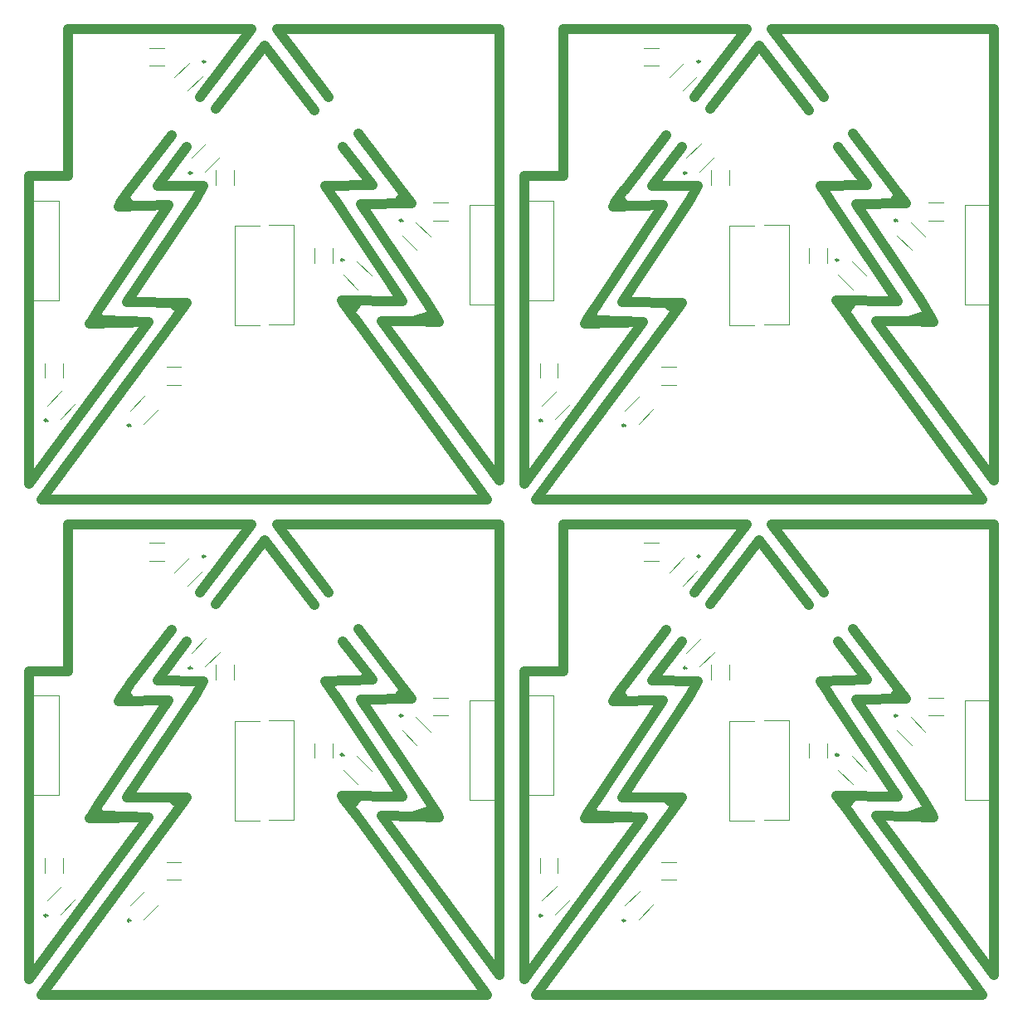
<source format=gbo>
%FSTAX23Y23*%
%MOIN*%
%SFA1B1*%

%IPPOS*%
%ADD19C,0.000000*%
%ADD25C,0.009840*%
%ADD26C,0.039370*%
%LNpcb_panel_v3-1*%
%LPD*%
G54D19*
X0146Y01307D02*
X01518Y01366D01*
X01406Y01362D02*
X01464Y0142D01*
X01551Y01537D02*
X0161D01*
X01551Y01464D02*
X0161D01*
X01Y02299D02*
X01157D01*
X02624Y02196D02*
X02683D01*
X02316Y01961D02*
X02375Y01903D01*
X02262Y01907D02*
X0232Y01849D01*
X01652Y02375D02*
X0171Y02434D01*
X01706Y02321D02*
X01765Y0238D01*
X01963Y01707D02*
X02063D01*
Y02107*
X01963D02*
X02063D01*
X01825Y01703D02*
X01925D01*
X01825D02*
Y02103D01*
X01925*
X02218Y01954D02*
Y02013D01*
X02145Y01954D02*
Y02013D01*
X0175Y02269D02*
Y02328D01*
X01822Y02269D02*
Y02328D01*
X01071Y01382D02*
X0113Y0144D01*
X01126Y01327D02*
X01184Y01386D01*
X01637Y02646D02*
X01696Y02704D01*
X01583Y027D02*
X01641Y02759D01*
X02553Y02119D02*
X02611Y0206D01*
X02498Y02065D02*
X02557Y02006D01*
X01019Y02205D02*
X01119D01*
Y01805D02*
Y02205D01*
X01019Y01805D02*
X01119D01*
X0277Y02185D02*
X0287D01*
X0277Y01785D02*
Y02185D01*
Y01785D02*
X0287D01*
X01135Y01493D02*
Y01552D01*
X01062Y01493D02*
Y01552D01*
X01482Y02818D02*
X01541D01*
X01482Y02746D02*
X01541D01*
X02624Y02124D02*
X02683D01*
X01046Y01006D02*
X0284Y01D01*
X02889Y02889D02*
X0289Y01074D01*
X02003Y02889D02*
X02889D01*
X01157Y02299D02*
Y02889D01*
X03448Y01307D02*
X03507Y01366D01*
X03394Y01362D02*
X03452Y0142D01*
X03539Y01537D02*
X03598D01*
X03539Y01464D02*
X03598D01*
X02988Y02299D02*
X03145D01*
X04612Y02196D02*
X04671D01*
X04305Y01961D02*
X04363Y01903D01*
X0425Y01907D02*
X04309Y01849D01*
X0364Y02375D02*
X03698Y02434D01*
X03694Y02321D02*
X03753Y0238D01*
X03952Y01707D02*
X04052D01*
Y02107*
X03952D02*
X04052D01*
X03814Y01703D02*
X03914D01*
X03814D02*
Y02103D01*
X03914*
X04206Y01954D02*
Y02013D01*
X04133Y01954D02*
Y02013D01*
X03738Y02269D02*
Y02328D01*
X03811Y02269D02*
Y02328D01*
X0306Y01382D02*
X03118Y0144D01*
X03114Y01327D02*
X03172Y01386D01*
X03625Y02646D02*
X03684Y02704D01*
X03571Y027D02*
X0363Y02759D01*
X04541Y02119D02*
X04599Y0206D01*
X04486Y02065D02*
X04545Y02006D01*
X03007Y02205D02*
X03107D01*
Y01805D02*
Y02205D01*
X03007Y01805D02*
X03107D01*
X04758Y02185D02*
X04858D01*
X04758Y01785D02*
Y02185D01*
Y01785D02*
X04858D01*
X03124Y01493D02*
Y01552D01*
X03051Y01493D02*
Y01552D01*
X0347Y02818D02*
X03529D01*
X0347Y02746D02*
X03529D01*
X04612Y02124D02*
X04671D01*
X03034Y01006D02*
X04828Y01D01*
X04877Y02889D02*
X04878Y01074D01*
X03992Y02889D02*
X04877D01*
X03145Y02299D02*
Y02889D01*
X0146Y03295D02*
X01518Y03354D01*
X01406Y0335D02*
X01464Y03408D01*
X01551Y03525D02*
X0161D01*
X01551Y03452D02*
X0161D01*
X01Y04287D02*
X01157D01*
X02624Y04185D02*
X02683D01*
X02316Y0395D02*
X02375Y03891D01*
X02262Y03895D02*
X0232Y03837D01*
X01652Y04364D02*
X0171Y04422D01*
X01706Y04309D02*
X01765Y04368D01*
X01963Y03695D02*
X02063D01*
Y04095*
X01963D02*
X02063D01*
X01825Y03692D02*
X01925D01*
X01825D02*
Y04092D01*
X01925*
X02218Y03942D02*
Y04001D01*
X02145Y03942D02*
Y04001D01*
X0175Y04257D02*
Y04316D01*
X01822Y04257D02*
Y04316D01*
X01071Y0337D02*
X0113Y03428D01*
X01126Y03315D02*
X01184Y03374D01*
X01637Y04634D02*
X01696Y04693D01*
X01583Y04688D02*
X01641Y04747D01*
X02553Y04107D02*
X02611Y04049D01*
X02498Y04053D02*
X02557Y03994D01*
X01019Y04193D02*
X01119D01*
Y03793D02*
Y04193D01*
X01019Y03793D02*
X01119D01*
X0277Y04174D02*
X0287D01*
X0277Y03774D02*
Y04174D01*
Y03774D02*
X0287D01*
X01135Y03481D02*
Y0354D01*
X01062Y03481D02*
Y0354D01*
X01482Y04807D02*
X01541D01*
X01482Y04734D02*
X01541D01*
X02624Y04112D02*
X02683D01*
X01046Y02994D02*
X0284Y02988D01*
X02889Y04877D02*
X0289Y03063D01*
X02003Y04877D02*
X02889D01*
X01157Y04287D02*
Y04877D01*
X03448Y03295D02*
X03507Y03354D01*
X03394Y0335D02*
X03452Y03408D01*
X03539Y03525D02*
X03598D01*
X03539Y03452D02*
X03598D01*
X02988Y04287D02*
X03145D01*
X04612Y04185D02*
X04671D01*
X04305Y0395D02*
X04363Y03891D01*
X0425Y03895D02*
X04309Y03837D01*
X0364Y04364D02*
X03698Y04422D01*
X03694Y04309D02*
X03753Y04368D01*
X03952Y03695D02*
X04052D01*
Y04095*
X03952D02*
X04052D01*
X03814Y03692D02*
X03914D01*
X03814D02*
Y04092D01*
X03914*
X04206Y03942D02*
Y04001D01*
X04133Y03942D02*
Y04001D01*
X03738Y04257D02*
Y04316D01*
X03811Y04257D02*
Y04316D01*
X0306Y0337D02*
X03118Y03428D01*
X03114Y03315D02*
X03172Y03374D01*
X03625Y04634D02*
X03684Y04693D01*
X03571Y04688D02*
X0363Y04747D01*
X04541Y04107D02*
X04599Y04049D01*
X04486Y04053D02*
X04545Y03994D01*
X03007Y04193D02*
X03107D01*
Y03793D02*
Y04193D01*
X03007Y03793D02*
X03107D01*
X04758Y04174D02*
X04858D01*
X04758Y03774D02*
Y04174D01*
Y03774D02*
X04858D01*
X03124Y03481D02*
Y0354D01*
X03051Y03481D02*
Y0354D01*
X0347Y04807D02*
X03529D01*
X0347Y04734D02*
X03529D01*
X04612Y04112D02*
X04671D01*
X03034Y02994D02*
X04828Y02988D01*
X04877Y04877D02*
X04878Y03063D01*
X03992Y04877D02*
X04877D01*
X03145Y04287D02*
Y04877D01*
G54D25*
X01405Y01302D02*
D01*
D01*
G75*
G03X01395I-00004J0D01*
G74*G01*
D01*
G75*
G03X01405I00004J0D01*
G74*G01*
X01071Y01322D02*
D01*
D01*
G75*
G03X01061I-00004J0D01*
G74*G01*
D01*
G75*
G03X01071I00004J0D01*
G74*G01*
X01706Y02764D02*
D01*
D01*
G75*
G03X01696I-00004J0D01*
G74*G01*
D01*
G75*
G03X01706I00004J0D01*
G74*G01*
X02498Y02124D02*
D01*
D01*
G75*
G03X02488I-00004J0D01*
G74*G01*
D01*
G75*
G03X02498I00004J0D01*
G74*G01*
X01651Y02316D02*
D01*
D01*
G75*
G03X01641I-00004J0D01*
G74*G01*
D01*
G75*
G03X01651I00004J0D01*
G74*G01*
X02261Y01967D02*
D01*
D01*
G75*
G03X02252I-00004J0D01*
G74*G01*
D01*
G75*
G03X02261I00004J0D01*
G74*G01*
X03393Y01302D02*
D01*
D01*
G75*
G03X03383I-00004J0D01*
G74*G01*
D01*
G75*
G03X03393I00004J0D01*
G74*G01*
X03059Y01322D02*
D01*
D01*
G75*
G03X03049I-00004J0D01*
G74*G01*
D01*
G75*
G03X03059I00004J0D01*
G74*G01*
X03694Y02764D02*
D01*
D01*
G75*
G03X03684I-00004J0D01*
G74*G01*
D01*
G75*
G03X03694I00004J0D01*
G74*G01*
X04486Y02124D02*
D01*
D01*
G75*
G03X04476I-00004J0D01*
G74*G01*
D01*
G75*
G03X04486I00004J0D01*
G74*G01*
X03639Y02316D02*
D01*
D01*
G75*
G03X03629I-00004J0D01*
G74*G01*
D01*
G75*
G03X03639I00004J0D01*
G74*G01*
X0425Y01967D02*
D01*
D01*
G75*
G03X0424I-00004J0D01*
G74*G01*
D01*
G75*
G03X0425I00004J0D01*
G74*G01*
X01405Y0329D02*
D01*
D01*
G75*
G03X01395I-00004J0D01*
G74*G01*
D01*
G75*
G03X01405I00004J0D01*
G74*G01*
X01071Y0331D02*
D01*
D01*
G75*
G03X01061I-00004J0D01*
G74*G01*
D01*
G75*
G03X01071I00004J0D01*
G74*G01*
X01706Y04752D02*
D01*
D01*
G75*
G03X01696I-00004J0D01*
G74*G01*
D01*
G75*
G03X01706I00004J0D01*
G74*G01*
X02498Y04113D02*
D01*
D01*
G75*
G03X02488I-00004J0D01*
G74*G01*
D01*
G75*
G03X02498I00004J0D01*
G74*G01*
X01651Y04304D02*
D01*
D01*
G75*
G03X01641I-00004J0D01*
G74*G01*
D01*
G75*
G03X01651I00004J0D01*
G74*G01*
X02261Y03955D02*
D01*
D01*
G75*
G03X02252I-00004J0D01*
G74*G01*
D01*
G75*
G03X02261I00004J0D01*
G74*G01*
X03393Y0329D02*
D01*
D01*
G75*
G03X03383I-00004J0D01*
G74*G01*
D01*
G75*
G03X03393I00004J0D01*
G74*G01*
X03059Y0331D02*
D01*
D01*
G75*
G03X03049I-00004J0D01*
G74*G01*
D01*
G75*
G03X03059I00004J0D01*
G74*G01*
X03694Y04752D02*
D01*
D01*
G75*
G03X03684I-00004J0D01*
G74*G01*
D01*
G75*
G03X03694I00004J0D01*
G74*G01*
X04486Y04113D02*
D01*
D01*
G75*
G03X04476I-00004J0D01*
G74*G01*
D01*
G75*
G03X04486I00004J0D01*
G74*G01*
X03639Y04304D02*
D01*
D01*
G75*
G03X03629I-00004J0D01*
G74*G01*
D01*
G75*
G03X03639I00004J0D01*
G74*G01*
X0425Y03955D02*
D01*
D01*
G75*
G03X0424I-00004J0D01*
G74*G01*
D01*
G75*
G03X0425I00004J0D01*
G74*G01*
G54D26*
X01404Y02249D02*
X01571Y02468D01*
X01686Y0262D02*
X01893Y02893D01*
X01945Y02829D02*
X02146Y02569D01*
X01749Y02573D02*
X01945Y02829D01*
X01515Y02264D02*
X01634Y02422D01*
X02259Y02421D02*
X02378Y02268D01*
X02309Y01732D02*
X0284Y01003D01*
X02228Y02207D02*
X02499Y018D01*
X01393Y01796D02*
X01665Y02203D01*
X01049Y01003D02*
X0158Y01722D01*
X0219Y02263D02*
X02378Y02268D01*
X0219Y02263D02*
X02226Y0221D01*
X01515Y02264D02*
X01698Y02263D01*
X01665Y02203D02*
X01698Y02263D01*
X01393Y01796D02*
X01625Y01795D01*
X0158Y01722D02*
X01633Y01795D01*
X02267Y01787D02*
X02314Y01724D01*
X02255Y01803D02*
X02267Y01787D01*
X02255Y01803D02*
X02499Y018D01*
X01049Y01003D02*
X0284D01*
X02299Y01772D02*
X02318Y01795D01*
X01581Y01787D02*
X01606Y01767D01*
X01287Y01778D02*
X01558Y02186D01*
X01Y01066D02*
X01478Y01717D01*
X01Y01066D02*
Y02303D01*
X01157*
Y02893*
X01893*
X01996D02*
X02889D01*
Y01082D02*
Y02893D01*
X02415Y01721D02*
X02889Y01082D01*
X02415Y01721D02*
X02555Y0172D01*
X02334Y0219D02*
X02594Y01803D01*
X02322Y02472D02*
X02489Y02253D01*
X01996Y02893D02*
X02203Y0262D01*
X02334Y0219D02*
X02535Y02192D01*
X02489Y02253D02*
X02535Y02192D01*
X0249Y02207D02*
X02512Y02223D01*
X02594Y01803D02*
X02641Y01724D01*
X02543Y0172D02*
X02645Y01716D01*
X02543Y0172D02*
X02608Y01742D01*
X01366Y02196D02*
X01402Y02247D01*
X01358Y02181D02*
X01558Y02186D01*
X01389Y02208D02*
X01405Y02185D01*
X01251Y01724D02*
X01284Y01774D01*
X01244Y01712D02*
X01478Y01717D01*
X01299Y01723D02*
X01478Y01717D01*
X01275Y0174D02*
X01287Y0172D01*
X03392Y02249D02*
X03559Y02468D01*
X03674Y0262D02*
X03881Y02893D01*
X03933Y02829D02*
X04134Y02569D01*
X03737Y02573D02*
X03933Y02829D01*
X03503Y02264D02*
X03623Y02422D01*
X04248Y02421D02*
X04366Y02268D01*
X04297Y01732D02*
X04828Y01003D01*
X04216Y02207D02*
X04488Y018D01*
X03381Y01796D02*
X03653Y02203D01*
X03037Y01003D02*
X03568Y01722D01*
X04179Y02263D02*
X04366Y02268D01*
X04179Y02263D02*
X04215Y0221D01*
X03503Y02264D02*
X03687Y02263D01*
X03653Y02203D02*
X03687Y02263D01*
X03381Y01796D02*
X03614Y01795D01*
X03568Y01722D02*
X03622Y01795D01*
X04255Y01787D02*
X04303Y01724D01*
X04244Y01803D02*
X04255Y01787D01*
X04244Y01803D02*
X04488Y018D01*
X03037Y01003D02*
X04828D01*
X04287Y01772D02*
X04306Y01795D01*
X03569Y01787D02*
X03594Y01767D01*
X03275Y01778D02*
X03547Y02186D01*
X02988Y01066D02*
X03466Y01717D01*
X02988Y01066D02*
Y02303D01*
X03145*
Y02893*
X03881*
X03984D02*
X04877D01*
Y01082D02*
Y02893D01*
X04403Y01721D02*
X04877Y01082D01*
X04403Y01721D02*
X04543Y0172D01*
X04323Y0219D02*
X04582Y01803D01*
X0431Y02472D02*
X04477Y02253D01*
X03984Y02893D02*
X04191Y0262D01*
X04323Y0219D02*
X04523Y02192D01*
X04477Y02253D02*
X04523Y02192D01*
X04479Y02207D02*
X045Y02223D01*
X04582Y01803D02*
X04629Y01724D01*
X04531Y0172D02*
X04633Y01716D01*
X04531Y0172D02*
X04596Y01742D01*
X03354Y02196D02*
X0339Y02247D01*
X03346Y02181D02*
X03547Y02186D01*
X03377Y02208D02*
X03393Y02185D01*
X0324Y01724D02*
X03272Y01774D01*
X03232Y01712D02*
X03466Y01717D01*
X03288Y01723D02*
X03466Y01717D01*
X03263Y0174D02*
X03275Y0172D01*
X01404Y04237D02*
X01571Y04457D01*
X01686Y04608D02*
X01893Y04881D01*
X01945Y04817D02*
X02146Y04557D01*
X01749Y04561D02*
X01945Y04817D01*
X01515Y04253D02*
X01634Y0441D01*
X02259Y04409D02*
X02378Y04257D01*
X02309Y0372D02*
X0284Y02992D01*
X02228Y04195D02*
X02499Y03788D01*
X01393Y03784D02*
X01665Y04191D01*
X01049Y02992D02*
X0158Y0371D01*
X0219Y04251D02*
X02378Y04257D01*
X0219Y04251D02*
X02226Y04198D01*
X01515Y04253D02*
X01698Y04251D01*
X01665Y04191D02*
X01698Y04251D01*
X01393Y03784D02*
X01625Y03783D01*
X0158Y0371D02*
X01633Y03783D01*
X02267Y03775D02*
X02314Y03712D01*
X02255Y03791D02*
X02267Y03775D01*
X02255Y03791D02*
X02499Y03788D01*
X01049Y02992D02*
X0284D01*
X02299Y0376D02*
X02318Y03784D01*
X01581Y03775D02*
X01606Y03755D01*
X01287Y03767D02*
X01558Y04174D01*
X01Y03055D02*
X01478Y03705D01*
X01Y03055D02*
Y04291D01*
X01157*
Y04881*
X01893*
X01996D02*
X02889D01*
Y0307D02*
Y04881D01*
X02415Y03709D02*
X02889Y0307D01*
X02415Y03709D02*
X02555Y03708D01*
X02334Y04178D02*
X02594Y03791D01*
X02322Y04461D02*
X02489Y04241D01*
X01996Y04881D02*
X02203Y04608D01*
X02334Y04178D02*
X02535Y04181D01*
X02489Y04241D02*
X02535Y04181D01*
X0249Y04195D02*
X02512Y04211D01*
X02594Y03791D02*
X02641Y03712D01*
X02543Y03708D02*
X02645Y03704D01*
X02543Y03708D02*
X02608Y0373D01*
X01366Y04185D02*
X01402Y04235D01*
X01358Y04169D02*
X01558Y04174D01*
X01389Y04196D02*
X01405Y04173D01*
X01251Y03712D02*
X01284Y03762D01*
X01244Y037D02*
X01478Y03705D01*
X01299Y03711D02*
X01478Y03705D01*
X01275Y03728D02*
X01287Y03708D01*
X03392Y04237D02*
X03559Y04457D01*
X03674Y04608D02*
X03881Y04881D01*
X03933Y04817D02*
X04134Y04557D01*
X03737Y04561D02*
X03933Y04817D01*
X03503Y04253D02*
X03623Y0441D01*
X04248Y04409D02*
X04366Y04257D01*
X04297Y0372D02*
X04828Y02992D01*
X04216Y04195D02*
X04488Y03788D01*
X03381Y03784D02*
X03653Y04191D01*
X03037Y02992D02*
X03568Y0371D01*
X04179Y04251D02*
X04366Y04257D01*
X04179Y04251D02*
X04215Y04198D01*
X03503Y04253D02*
X03687Y04251D01*
X03653Y04191D02*
X03687Y04251D01*
X03381Y03784D02*
X03614Y03783D01*
X03568Y0371D02*
X03622Y03783D01*
X04255Y03775D02*
X04303Y03712D01*
X04244Y03791D02*
X04255Y03775D01*
X04244Y03791D02*
X04488Y03788D01*
X03037Y02992D02*
X04828D01*
X04287Y0376D02*
X04306Y03784D01*
X03569Y03775D02*
X03594Y03755D01*
X03275Y03767D02*
X03547Y04174D01*
X02988Y03055D02*
X03466Y03705D01*
X02988Y03055D02*
Y04291D01*
X03145*
Y04881*
X03881*
X03984D02*
X04877D01*
Y0307D02*
Y04881D01*
X04403Y03709D02*
X04877Y0307D01*
X04403Y03709D02*
X04543Y03708D01*
X04323Y04178D02*
X04582Y03791D01*
X0431Y04461D02*
X04477Y04241D01*
X03984Y04881D02*
X04191Y04608D01*
X04323Y04178D02*
X04523Y04181D01*
X04477Y04241D02*
X04523Y04181D01*
X04479Y04195D02*
X045Y04211D01*
X04582Y03791D02*
X04629Y03712D01*
X04531Y03708D02*
X04633Y03704D01*
X04531Y03708D02*
X04596Y0373D01*
X03354Y04185D02*
X0339Y04235D01*
X03346Y04169D02*
X03547Y04174D01*
X03377Y04196D02*
X03393Y04173D01*
X0324Y03712D02*
X03272Y03762D01*
X03232Y037D02*
X03466Y03705D01*
X03288Y03711D02*
X03466Y03705D01*
X03263Y03728D02*
X03275Y03708D01*
M02*
</source>
